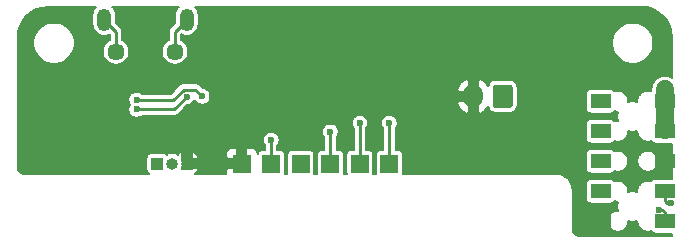
<source format=gbl>
%TF.GenerationSoftware,KiCad,Pcbnew,5.1.9-73d0e3b20d~88~ubuntu20.04.1*%
%TF.CreationDate,2021-04-22T17:18:43+01:00*%
%TF.ProjectId,hat,6861742e-6b69-4636-9164-5f7063625858,rev?*%
%TF.SameCoordinates,Original*%
%TF.FileFunction,Copper,L2,Bot*%
%TF.FilePolarity,Positive*%
%FSLAX46Y46*%
G04 Gerber Fmt 4.6, Leading zero omitted, Abs format (unit mm)*
G04 Created by KiCad (PCBNEW 5.1.9-73d0e3b20d~88~ubuntu20.04.1) date 2021-04-22 17:18:43*
%MOMM*%
%LPD*%
G01*
G04 APERTURE LIST*
%TA.AperFunction,SMDPad,CuDef*%
%ADD10R,1.680000X1.270000*%
%TD*%
%TA.AperFunction,ComponentPad*%
%ADD11O,1.000000X1.000000*%
%TD*%
%TA.AperFunction,ComponentPad*%
%ADD12R,1.000000X1.000000*%
%TD*%
%TA.AperFunction,ComponentPad*%
%ADD13R,1.500000X1.500000*%
%TD*%
%TA.AperFunction,ComponentPad*%
%ADD14O,1.200000X1.900000*%
%TD*%
%TA.AperFunction,ComponentPad*%
%ADD15C,1.450000*%
%TD*%
%TA.AperFunction,ComponentPad*%
%ADD16O,1.700000X2.000000*%
%TD*%
%TA.AperFunction,ViaPad*%
%ADD17C,0.600000*%
%TD*%
%TA.AperFunction,ViaPad*%
%ADD18C,0.800000*%
%TD*%
%TA.AperFunction,Conductor*%
%ADD19C,0.250000*%
%TD*%
%TA.AperFunction,Conductor*%
%ADD20C,1.000000*%
%TD*%
%TA.AperFunction,Conductor*%
%ADD21C,1.500000*%
%TD*%
%TA.AperFunction,Conductor*%
%ADD22C,0.200000*%
%TD*%
%TA.AperFunction,Conductor*%
%ADD23C,0.100000*%
%TD*%
G04 APERTURE END LIST*
D10*
%TO.P,J3,10*%
%TO.N,RX*%
X155220000Y-118580000D03*
%TO.P,J3,8*%
%TO.N,TX*%
X155220000Y-116040000D03*
%TO.P,J3,6*%
%TO.N,GND*%
X155220000Y-113500000D03*
%TO.P,J3,4*%
%TO.N,Net-(J3-Pad2)*%
X155220000Y-110960000D03*
%TO.P,J3,2*%
X155220000Y-108420000D03*
%TO.P,J3,9*%
%TO.N,GND*%
X149780000Y-118580000D03*
%TO.P,J3,7*%
%TO.N,Net-(J3-Pad7)*%
X149780000Y-116040000D03*
%TO.P,J3,5*%
%TO.N,Net-(J3-Pad5)*%
X149780000Y-113500000D03*
%TO.P,J3,3*%
%TO.N,Net-(J3-Pad3)*%
X149780000Y-110960000D03*
%TO.P,J3,1*%
%TO.N,Net-(J3-Pad1)*%
X149780000Y-108420000D03*
%TD*%
D11*
%TO.P,JP1,3*%
%TO.N,GND*%
X114770000Y-113700000D03*
%TO.P,JP1,2*%
%TO.N,+3V3*%
X113500000Y-113700000D03*
D12*
%TO.P,JP1,1*%
X112230000Y-113700000D03*
%TD*%
D13*
%TO.P,TP6,1*%
%TO.N,GND*%
X119400000Y-113700000D03*
%TD*%
%TO.P,TP5,1*%
%TO.N,RX*%
X124400000Y-113700000D03*
%TD*%
%TO.P,TP4,1*%
%TO.N,TX*%
X121900000Y-113700000D03*
%TD*%
%TO.P,TP3,1*%
%TO.N,PI_PWR*%
X126900000Y-113700000D03*
%TD*%
%TO.P,TP2,1*%
%TO.N,+3V3*%
X129400000Y-113700000D03*
%TD*%
%TO.P,TP1,1*%
%TO.N,COMB_5V*%
X131900000Y-113700000D03*
%TD*%
D14*
%TO.P,J2,6*%
%TO.N,Net-(J2-Pad6)*%
X107750000Y-101512500D03*
X114750000Y-101512500D03*
D15*
X108750000Y-104212500D03*
X113750000Y-104212500D03*
%TD*%
D16*
%TO.P,J1,2*%
%TO.N,GND*%
X139000000Y-108000000D03*
%TO.P,J1,1*%
%TO.N,+5V*%
%TA.AperFunction,ComponentPad*%
G36*
G01*
X142350000Y-107250000D02*
X142350000Y-108750000D01*
G75*
G02*
X142100000Y-109000000I-250000J0D01*
G01*
X140900000Y-109000000D01*
G75*
G02*
X140650000Y-108750000I0J250000D01*
G01*
X140650000Y-107250000D01*
G75*
G02*
X140900000Y-107000000I250000J0D01*
G01*
X142100000Y-107000000D01*
G75*
G02*
X142350000Y-107250000I0J-250000D01*
G01*
G37*
%TD.AperFunction*%
%TD*%
D17*
%TO.N,GND*%
X109000000Y-106750000D03*
X126050000Y-103100000D03*
X107100000Y-108500000D03*
X102900000Y-113600000D03*
X133000000Y-105600000D03*
X145300000Y-102749992D03*
X135000000Y-110200000D03*
X118600000Y-102700000D03*
%TO.N,+3V3*%
X129400000Y-110275000D03*
%TO.N,RX*%
X154749998Y-117600000D03*
%TO.N,TX*%
X121900000Y-111700000D03*
X155724940Y-117000000D03*
D18*
%TO.N,Net-(J3-Pad2)*%
X155220000Y-110150000D03*
X155225000Y-109325000D03*
X155225000Y-107400000D03*
D17*
%TO.N,PI_PWR*%
X126900000Y-111000002D03*
%TO.N,SCL*%
X114750000Y-108050000D03*
X110500000Y-109100000D03*
%TO.N,SDA*%
X116050000Y-108000000D03*
X110500000Y-108300000D03*
%TO.N,COMB_5V*%
X131900000Y-110275000D03*
%TD*%
D19*
%TO.N,+3V3*%
X129400000Y-110275000D02*
X129400000Y-113700000D01*
%TO.N,Net-(J2-Pad6)*%
X113750000Y-102512500D02*
X114750000Y-101512500D01*
X113750000Y-104212500D02*
X113750000Y-102512500D01*
X108750000Y-102512500D02*
X107750000Y-101512500D01*
X108750000Y-104212500D02*
X108750000Y-102512500D01*
%TO.N,RX*%
X155000000Y-117600000D02*
X154749998Y-117600000D01*
X155220000Y-118580000D02*
X155220000Y-117820000D01*
X155220000Y-117820000D02*
X155000000Y-117600000D01*
%TO.N,TX*%
X121900000Y-111700000D02*
X121900000Y-113700000D01*
X155400000Y-117000000D02*
X155724940Y-117000000D01*
X155220000Y-116040000D02*
X155220000Y-116820000D01*
X155220000Y-116820000D02*
X155400000Y-117000000D01*
D20*
%TO.N,Net-(J3-Pad2)*%
X155220000Y-108420000D02*
X155220000Y-110150000D01*
X155220000Y-110960000D02*
X155220000Y-110150000D01*
X155225000Y-108415000D02*
X155220000Y-108420000D01*
X155225000Y-107400000D02*
X155225000Y-108415000D01*
D21*
X155225000Y-107400000D02*
X155225000Y-110850000D01*
D19*
%TO.N,PI_PWR*%
X126900000Y-110899996D02*
X126900000Y-111000002D01*
X126900000Y-113700000D02*
X126900000Y-110899996D01*
%TO.N,SCL*%
X113700000Y-109100000D02*
X110500000Y-109100000D01*
X114750000Y-108050000D02*
X113700000Y-109100000D01*
%TO.N,SDA*%
X113600000Y-108300000D02*
X110500000Y-108300000D01*
X114475001Y-107424999D02*
X113600000Y-108300000D01*
X116050000Y-108000000D02*
X115474999Y-107424999D01*
X115474999Y-107424999D02*
X114475001Y-107424999D01*
%TO.N,COMB_5V*%
X131900000Y-110275000D02*
X131900000Y-113700000D01*
%TD*%
D22*
%TO.N,GND*%
X107039473Y-100451972D02*
X106914509Y-100604242D01*
X106821652Y-100777965D01*
X106764470Y-100966466D01*
X106750000Y-101113380D01*
X106750000Y-101911619D01*
X106764470Y-102058533D01*
X106821651Y-102247034D01*
X106914508Y-102420758D01*
X107039472Y-102573028D01*
X107191742Y-102697992D01*
X107365465Y-102790849D01*
X107553966Y-102848030D01*
X107750000Y-102867338D01*
X107946033Y-102848030D01*
X108134534Y-102790849D01*
X108225001Y-102742494D01*
X108225001Y-103212271D01*
X108217113Y-103215538D01*
X108032855Y-103338656D01*
X107876156Y-103495355D01*
X107753038Y-103679613D01*
X107668233Y-103884350D01*
X107625000Y-104101697D01*
X107625000Y-104323303D01*
X107668233Y-104540650D01*
X107753038Y-104745387D01*
X107876156Y-104929645D01*
X108032855Y-105086344D01*
X108217113Y-105209462D01*
X108421850Y-105294267D01*
X108639197Y-105337500D01*
X108860803Y-105337500D01*
X109078150Y-105294267D01*
X109282887Y-105209462D01*
X109467145Y-105086344D01*
X109623844Y-104929645D01*
X109746962Y-104745387D01*
X109831767Y-104540650D01*
X109875000Y-104323303D01*
X109875000Y-104101697D01*
X109831767Y-103884350D01*
X109746962Y-103679613D01*
X109623844Y-103495355D01*
X109467145Y-103338656D01*
X109282887Y-103215538D01*
X109275000Y-103212271D01*
X109275000Y-102538288D01*
X109277540Y-102512500D01*
X109267403Y-102409583D01*
X109257163Y-102375824D01*
X109237383Y-102310619D01*
X109188633Y-102219414D01*
X109123027Y-102139473D01*
X109102996Y-102123034D01*
X108750000Y-101770038D01*
X108750000Y-101113381D01*
X108735530Y-100966467D01*
X108678349Y-100777965D01*
X108585492Y-100604242D01*
X108460528Y-100451972D01*
X108427662Y-100425000D01*
X114072338Y-100425000D01*
X114039472Y-100451972D01*
X113914508Y-100604242D01*
X113821651Y-100777966D01*
X113764470Y-100966467D01*
X113750000Y-101113381D01*
X113750000Y-101770039D01*
X113397005Y-102123034D01*
X113376974Y-102139473D01*
X113360535Y-102159504D01*
X113311367Y-102219415D01*
X113262617Y-102310620D01*
X113232597Y-102409583D01*
X113222461Y-102512500D01*
X113225001Y-102538290D01*
X113225001Y-103212271D01*
X113217113Y-103215538D01*
X113032855Y-103338656D01*
X112876156Y-103495355D01*
X112753038Y-103679613D01*
X112668233Y-103884350D01*
X112625000Y-104101697D01*
X112625000Y-104323303D01*
X112668233Y-104540650D01*
X112753038Y-104745387D01*
X112876156Y-104929645D01*
X113032855Y-105086344D01*
X113217113Y-105209462D01*
X113421850Y-105294267D01*
X113639197Y-105337500D01*
X113860803Y-105337500D01*
X114078150Y-105294267D01*
X114282887Y-105209462D01*
X114467145Y-105086344D01*
X114623844Y-104929645D01*
X114746962Y-104745387D01*
X114831767Y-104540650D01*
X114875000Y-104323303D01*
X114875000Y-104101697D01*
X114831767Y-103884350D01*
X114746962Y-103679613D01*
X114623844Y-103495355D01*
X114467145Y-103338656D01*
X114450659Y-103327640D01*
X150750000Y-103327640D01*
X150750000Y-103672360D01*
X150817251Y-104010456D01*
X150949170Y-104328936D01*
X151140686Y-104615560D01*
X151384440Y-104859314D01*
X151671064Y-105050830D01*
X151989544Y-105182749D01*
X152327640Y-105250000D01*
X152672360Y-105250000D01*
X153010456Y-105182749D01*
X153328936Y-105050830D01*
X153615560Y-104859314D01*
X153859314Y-104615560D01*
X154050830Y-104328936D01*
X154182749Y-104010456D01*
X154250000Y-103672360D01*
X154250000Y-103327640D01*
X154182749Y-102989544D01*
X154050830Y-102671064D01*
X153859314Y-102384440D01*
X153615560Y-102140686D01*
X153328936Y-101949170D01*
X153010456Y-101817251D01*
X152672360Y-101750000D01*
X152327640Y-101750000D01*
X151989544Y-101817251D01*
X151671064Y-101949170D01*
X151384440Y-102140686D01*
X151140686Y-102384440D01*
X150949170Y-102671064D01*
X150817251Y-102989544D01*
X150750000Y-103327640D01*
X114450659Y-103327640D01*
X114282887Y-103215538D01*
X114275000Y-103212271D01*
X114275000Y-102742494D01*
X114365466Y-102790849D01*
X114553967Y-102848030D01*
X114750000Y-102867338D01*
X114946034Y-102848030D01*
X115134535Y-102790849D01*
X115308258Y-102697992D01*
X115460528Y-102573028D01*
X115585492Y-102420758D01*
X115678349Y-102247035D01*
X115735530Y-102058533D01*
X115750000Y-101911619D01*
X115750000Y-101113380D01*
X115735530Y-100966466D01*
X115678349Y-100777965D01*
X115585492Y-100604242D01*
X115460528Y-100451972D01*
X115427662Y-100425000D01*
X153229210Y-100425000D01*
X153749759Y-100476041D01*
X154230480Y-100621179D01*
X154673856Y-100856925D01*
X155062996Y-101174300D01*
X155383081Y-101561216D01*
X155621919Y-102002939D01*
X155770410Y-102482634D01*
X155825000Y-103002025D01*
X155825000Y-106416737D01*
X155667214Y-106332398D01*
X155450438Y-106266640D01*
X155225000Y-106244436D01*
X154999561Y-106266640D01*
X154782785Y-106332398D01*
X154583003Y-106439184D01*
X154407893Y-106582893D01*
X154264184Y-106758004D01*
X154157398Y-106957786D01*
X154091640Y-107174562D01*
X154075000Y-107343509D01*
X154075000Y-107526120D01*
X154045803Y-107561697D01*
X154039402Y-107573673D01*
X154028145Y-107569010D01*
X153857165Y-107535000D01*
X153682835Y-107535000D01*
X153511855Y-107569010D01*
X153350795Y-107635723D01*
X153205845Y-107732576D01*
X153082576Y-107855845D01*
X152985723Y-108000795D01*
X152919010Y-108161855D01*
X152885000Y-108332835D01*
X152885000Y-108453186D01*
X152876279Y-108449574D01*
X152627054Y-108400000D01*
X152372946Y-108400000D01*
X152123721Y-108449574D01*
X152115000Y-108453186D01*
X152115000Y-108332835D01*
X152080990Y-108161855D01*
X152014277Y-108000795D01*
X151917424Y-107855845D01*
X151794155Y-107732576D01*
X151649205Y-107635723D01*
X151488145Y-107569010D01*
X151317165Y-107535000D01*
X151142835Y-107535000D01*
X150971855Y-107569010D01*
X150960598Y-107573673D01*
X150954197Y-107561697D01*
X150904211Y-107500789D01*
X150843303Y-107450803D01*
X150773814Y-107413660D01*
X150698414Y-107390788D01*
X150620000Y-107383065D01*
X148940000Y-107383065D01*
X148861586Y-107390788D01*
X148786186Y-107413660D01*
X148716697Y-107450803D01*
X148655789Y-107500789D01*
X148605803Y-107561697D01*
X148568660Y-107631186D01*
X148545788Y-107706586D01*
X148538065Y-107785000D01*
X148538065Y-109055000D01*
X148545788Y-109133414D01*
X148568660Y-109208814D01*
X148605803Y-109278303D01*
X148655789Y-109339211D01*
X148716697Y-109389197D01*
X148786186Y-109426340D01*
X148861586Y-109449212D01*
X148940000Y-109456935D01*
X150620000Y-109456935D01*
X150698414Y-109449212D01*
X150773814Y-109426340D01*
X150843303Y-109389197D01*
X150904211Y-109339211D01*
X150954197Y-109278303D01*
X150960598Y-109266327D01*
X150971855Y-109270990D01*
X151142835Y-109305000D01*
X151263186Y-109305000D01*
X151259574Y-109313721D01*
X151210000Y-109562946D01*
X151210000Y-109817054D01*
X151259574Y-110066279D01*
X151263186Y-110075000D01*
X151142835Y-110075000D01*
X150971855Y-110109010D01*
X150960598Y-110113673D01*
X150954197Y-110101697D01*
X150904211Y-110040789D01*
X150843303Y-109990803D01*
X150773814Y-109953660D01*
X150698414Y-109930788D01*
X150620000Y-109923065D01*
X148940000Y-109923065D01*
X148861586Y-109930788D01*
X148786186Y-109953660D01*
X148716697Y-109990803D01*
X148655789Y-110040789D01*
X148605803Y-110101697D01*
X148568660Y-110171186D01*
X148545788Y-110246586D01*
X148538065Y-110325000D01*
X148538065Y-111595000D01*
X148545788Y-111673414D01*
X148568660Y-111748814D01*
X148605803Y-111818303D01*
X148655789Y-111879211D01*
X148716697Y-111929197D01*
X148786186Y-111966340D01*
X148861586Y-111989212D01*
X148940000Y-111996935D01*
X150620000Y-111996935D01*
X150698414Y-111989212D01*
X150773814Y-111966340D01*
X150843303Y-111929197D01*
X150904211Y-111879211D01*
X150954197Y-111818303D01*
X150960598Y-111806327D01*
X150971855Y-111810990D01*
X151142835Y-111845000D01*
X151317165Y-111845000D01*
X151488145Y-111810990D01*
X151649205Y-111744277D01*
X151794155Y-111647424D01*
X151917424Y-111524155D01*
X152014277Y-111379205D01*
X152080990Y-111218145D01*
X152115000Y-111047165D01*
X152115000Y-110926814D01*
X152123721Y-110930426D01*
X152372946Y-110980000D01*
X152627054Y-110980000D01*
X152876279Y-110930426D01*
X152885000Y-110926814D01*
X152885000Y-111047165D01*
X152919010Y-111218145D01*
X152985723Y-111379205D01*
X153082576Y-111524155D01*
X153205845Y-111647424D01*
X153350795Y-111744277D01*
X153511855Y-111810990D01*
X153682835Y-111845000D01*
X153857165Y-111845000D01*
X154028145Y-111810990D01*
X154039402Y-111806327D01*
X154045803Y-111818303D01*
X154095789Y-111879211D01*
X154156697Y-111929197D01*
X154226186Y-111966340D01*
X154301586Y-111989212D01*
X154380000Y-111996935D01*
X155137389Y-111996935D01*
X155225000Y-112005564D01*
X155312611Y-111996935D01*
X155825001Y-111996935D01*
X155825001Y-115003065D01*
X154380000Y-115003065D01*
X154301586Y-115010788D01*
X154226186Y-115033660D01*
X154156697Y-115070803D01*
X154095789Y-115120789D01*
X154045803Y-115181697D01*
X154039402Y-115193673D01*
X154028145Y-115189010D01*
X153857165Y-115155000D01*
X153682835Y-115155000D01*
X153511855Y-115189010D01*
X153350795Y-115255723D01*
X153205845Y-115352576D01*
X153082576Y-115475845D01*
X152985723Y-115620795D01*
X152919010Y-115781855D01*
X152885000Y-115952835D01*
X152885000Y-116073186D01*
X152876279Y-116069574D01*
X152627054Y-116020000D01*
X152372946Y-116020000D01*
X152123721Y-116069574D01*
X152115000Y-116073186D01*
X152115000Y-115952835D01*
X152080990Y-115781855D01*
X152014277Y-115620795D01*
X151917424Y-115475845D01*
X151794155Y-115352576D01*
X151649205Y-115255723D01*
X151488145Y-115189010D01*
X151317165Y-115155000D01*
X151142835Y-115155000D01*
X150971855Y-115189010D01*
X150960598Y-115193673D01*
X150954197Y-115181697D01*
X150904211Y-115120789D01*
X150843303Y-115070803D01*
X150773814Y-115033660D01*
X150698414Y-115010788D01*
X150620000Y-115003065D01*
X148940000Y-115003065D01*
X148861586Y-115010788D01*
X148786186Y-115033660D01*
X148716697Y-115070803D01*
X148655789Y-115120789D01*
X148605803Y-115181697D01*
X148568660Y-115251186D01*
X148545788Y-115326586D01*
X148538065Y-115405000D01*
X148538065Y-116675000D01*
X148545788Y-116753414D01*
X148568660Y-116828814D01*
X148605803Y-116898303D01*
X148655789Y-116959211D01*
X148716697Y-117009197D01*
X148786186Y-117046340D01*
X148861586Y-117069212D01*
X148940000Y-117076935D01*
X150620000Y-117076935D01*
X150698414Y-117069212D01*
X150773814Y-117046340D01*
X150843303Y-117009197D01*
X150904211Y-116959211D01*
X150954197Y-116898303D01*
X150960598Y-116886327D01*
X150971855Y-116890990D01*
X151142835Y-116925000D01*
X151263186Y-116925000D01*
X151259574Y-116933721D01*
X151210000Y-117182946D01*
X151210000Y-117437054D01*
X151259574Y-117686279D01*
X151263186Y-117695000D01*
X151142835Y-117695000D01*
X150971855Y-117729010D01*
X150810795Y-117795723D01*
X150665845Y-117892576D01*
X150542576Y-118015845D01*
X150445723Y-118160795D01*
X150379010Y-118321855D01*
X150345000Y-118492835D01*
X150345000Y-118667165D01*
X150379010Y-118838145D01*
X150445723Y-118999205D01*
X150542576Y-119144155D01*
X150665845Y-119267424D01*
X150810795Y-119364277D01*
X150971855Y-119430990D01*
X151142835Y-119465000D01*
X151317165Y-119465000D01*
X151488145Y-119430990D01*
X151649205Y-119364277D01*
X151794155Y-119267424D01*
X151917424Y-119144155D01*
X152014277Y-118999205D01*
X152080990Y-118838145D01*
X152115000Y-118667165D01*
X152115000Y-118546814D01*
X152123721Y-118550426D01*
X152372946Y-118600000D01*
X152627054Y-118600000D01*
X152876279Y-118550426D01*
X152885000Y-118546814D01*
X152885000Y-118667165D01*
X152919010Y-118838145D01*
X152985723Y-118999205D01*
X153082576Y-119144155D01*
X153205845Y-119267424D01*
X153350795Y-119364277D01*
X153511855Y-119430990D01*
X153682835Y-119465000D01*
X153857165Y-119465000D01*
X154028145Y-119430990D01*
X154039402Y-119426327D01*
X154045803Y-119438303D01*
X154095789Y-119499211D01*
X154156697Y-119549197D01*
X154226186Y-119586340D01*
X154301586Y-119609212D01*
X154380000Y-119616935D01*
X155825001Y-119616935D01*
X155825001Y-119729203D01*
X155821572Y-119764174D01*
X155817457Y-119777802D01*
X155810771Y-119790377D01*
X155801773Y-119801410D01*
X155790798Y-119810489D01*
X155778272Y-119817262D01*
X155764673Y-119821472D01*
X155731103Y-119825000D01*
X148020790Y-119825000D01*
X147888711Y-119812049D01*
X147781661Y-119779729D01*
X147682926Y-119727231D01*
X147596272Y-119656558D01*
X147524993Y-119570396D01*
X147471807Y-119472031D01*
X147438741Y-119365213D01*
X147425000Y-119234475D01*
X147425000Y-115979126D01*
X147423184Y-115960686D01*
X147423227Y-115954499D01*
X147422648Y-115948593D01*
X147402247Y-115754496D01*
X147394502Y-115716768D01*
X147387284Y-115678927D01*
X147385568Y-115673246D01*
X147385568Y-115673244D01*
X147385566Y-115673238D01*
X147327856Y-115486808D01*
X147312938Y-115451320D01*
X147298500Y-115415584D01*
X147295714Y-115410344D01*
X147202889Y-115238667D01*
X147181359Y-115206747D01*
X147160256Y-115174499D01*
X147156505Y-115169901D01*
X147100000Y-115101598D01*
X147100000Y-115000000D01*
X147098079Y-114980491D01*
X147092388Y-114961732D01*
X147083147Y-114944443D01*
X147070711Y-114929289D01*
X147055557Y-114916853D01*
X147038268Y-114907612D01*
X147019509Y-114901921D01*
X147000000Y-114900000D01*
X146898357Y-114900000D01*
X146822004Y-114837728D01*
X146789960Y-114816438D01*
X146758138Y-114794648D01*
X146752917Y-114791826D01*
X146580595Y-114700201D01*
X146544990Y-114685526D01*
X146509577Y-114670348D01*
X146503909Y-114668593D01*
X146317072Y-114612184D01*
X146279294Y-114604704D01*
X146241608Y-114596693D01*
X146235707Y-114596073D01*
X146041473Y-114577028D01*
X146041464Y-114577028D01*
X146020874Y-114575000D01*
X133030081Y-114575000D01*
X133044212Y-114528414D01*
X133051935Y-114450000D01*
X133051935Y-112950000D01*
X133044212Y-112871586D01*
X133042215Y-112865000D01*
X148538065Y-112865000D01*
X148538065Y-114135000D01*
X148545788Y-114213414D01*
X148568660Y-114288814D01*
X148605803Y-114358303D01*
X148655789Y-114419211D01*
X148716697Y-114469197D01*
X148786186Y-114506340D01*
X148861586Y-114529212D01*
X148940000Y-114536935D01*
X150620000Y-114536935D01*
X150698414Y-114529212D01*
X150773814Y-114506340D01*
X150843303Y-114469197D01*
X150904211Y-114419211D01*
X150954197Y-114358303D01*
X150960598Y-114346327D01*
X150971855Y-114350990D01*
X151142835Y-114385000D01*
X151317165Y-114385000D01*
X151488145Y-114350990D01*
X151649205Y-114284277D01*
X151794155Y-114187424D01*
X151917424Y-114064155D01*
X152014277Y-113919205D01*
X152080990Y-113758145D01*
X152115000Y-113587165D01*
X152115000Y-113412835D01*
X152885000Y-113412835D01*
X152885000Y-113587165D01*
X152919010Y-113758145D01*
X152985723Y-113919205D01*
X153082576Y-114064155D01*
X153205845Y-114187424D01*
X153350795Y-114284277D01*
X153511855Y-114350990D01*
X153682835Y-114385000D01*
X153857165Y-114385000D01*
X154028145Y-114350990D01*
X154189205Y-114284277D01*
X154334155Y-114187424D01*
X154457424Y-114064155D01*
X154554277Y-113919205D01*
X154620990Y-113758145D01*
X154655000Y-113587165D01*
X154655000Y-113412835D01*
X154620990Y-113241855D01*
X154554277Y-113080795D01*
X154457424Y-112935845D01*
X154334155Y-112812576D01*
X154189205Y-112715723D01*
X154028145Y-112649010D01*
X153857165Y-112615000D01*
X153682835Y-112615000D01*
X153511855Y-112649010D01*
X153350795Y-112715723D01*
X153205845Y-112812576D01*
X153082576Y-112935845D01*
X152985723Y-113080795D01*
X152919010Y-113241855D01*
X152885000Y-113412835D01*
X152115000Y-113412835D01*
X152080990Y-113241855D01*
X152014277Y-113080795D01*
X151917424Y-112935845D01*
X151794155Y-112812576D01*
X151649205Y-112715723D01*
X151488145Y-112649010D01*
X151317165Y-112615000D01*
X151142835Y-112615000D01*
X150971855Y-112649010D01*
X150960598Y-112653673D01*
X150954197Y-112641697D01*
X150904211Y-112580789D01*
X150843303Y-112530803D01*
X150773814Y-112493660D01*
X150698414Y-112470788D01*
X150620000Y-112463065D01*
X148940000Y-112463065D01*
X148861586Y-112470788D01*
X148786186Y-112493660D01*
X148716697Y-112530803D01*
X148655789Y-112580789D01*
X148605803Y-112641697D01*
X148568660Y-112711186D01*
X148545788Y-112786586D01*
X148538065Y-112865000D01*
X133042215Y-112865000D01*
X133021340Y-112796186D01*
X132984197Y-112726697D01*
X132934211Y-112665789D01*
X132873303Y-112615803D01*
X132803814Y-112578660D01*
X132728414Y-112555788D01*
X132650000Y-112548065D01*
X132425000Y-112548065D01*
X132425000Y-110739950D01*
X132443726Y-110721224D01*
X132520332Y-110606574D01*
X132573099Y-110479182D01*
X132600000Y-110343944D01*
X132600000Y-110206056D01*
X132573099Y-110070818D01*
X132520332Y-109943426D01*
X132443726Y-109828776D01*
X132346224Y-109731274D01*
X132231574Y-109654668D01*
X132104182Y-109601901D01*
X131968944Y-109575000D01*
X131831056Y-109575000D01*
X131695818Y-109601901D01*
X131568426Y-109654668D01*
X131453776Y-109731274D01*
X131356274Y-109828776D01*
X131279668Y-109943426D01*
X131226901Y-110070818D01*
X131200000Y-110206056D01*
X131200000Y-110343944D01*
X131226901Y-110479182D01*
X131279668Y-110606574D01*
X131356274Y-110721224D01*
X131375000Y-110739950D01*
X131375001Y-112548065D01*
X131150000Y-112548065D01*
X131071586Y-112555788D01*
X130996186Y-112578660D01*
X130926697Y-112615803D01*
X130865789Y-112665789D01*
X130815803Y-112726697D01*
X130778660Y-112796186D01*
X130755788Y-112871586D01*
X130748065Y-112950000D01*
X130748065Y-114450000D01*
X130755788Y-114528414D01*
X130769919Y-114575000D01*
X130530081Y-114575000D01*
X130544212Y-114528414D01*
X130551935Y-114450000D01*
X130551935Y-112950000D01*
X130544212Y-112871586D01*
X130521340Y-112796186D01*
X130484197Y-112726697D01*
X130434211Y-112665789D01*
X130373303Y-112615803D01*
X130303814Y-112578660D01*
X130228414Y-112555788D01*
X130150000Y-112548065D01*
X129925000Y-112548065D01*
X129925000Y-110739950D01*
X129943726Y-110721224D01*
X130020332Y-110606574D01*
X130073099Y-110479182D01*
X130100000Y-110343944D01*
X130100000Y-110206056D01*
X130073099Y-110070818D01*
X130020332Y-109943426D01*
X129943726Y-109828776D01*
X129846224Y-109731274D01*
X129731574Y-109654668D01*
X129604182Y-109601901D01*
X129468944Y-109575000D01*
X129331056Y-109575000D01*
X129195818Y-109601901D01*
X129068426Y-109654668D01*
X128953776Y-109731274D01*
X128856274Y-109828776D01*
X128779668Y-109943426D01*
X128726901Y-110070818D01*
X128700000Y-110206056D01*
X128700000Y-110343944D01*
X128726901Y-110479182D01*
X128779668Y-110606574D01*
X128856274Y-110721224D01*
X128875000Y-110739950D01*
X128875001Y-112548065D01*
X128650000Y-112548065D01*
X128571586Y-112555788D01*
X128496186Y-112578660D01*
X128426697Y-112615803D01*
X128365789Y-112665789D01*
X128315803Y-112726697D01*
X128278660Y-112796186D01*
X128255788Y-112871586D01*
X128248065Y-112950000D01*
X128248065Y-114450000D01*
X128255788Y-114528414D01*
X128269919Y-114575000D01*
X128030081Y-114575000D01*
X128044212Y-114528414D01*
X128051935Y-114450000D01*
X128051935Y-112950000D01*
X128044212Y-112871586D01*
X128021340Y-112796186D01*
X127984197Y-112726697D01*
X127934211Y-112665789D01*
X127873303Y-112615803D01*
X127803814Y-112578660D01*
X127728414Y-112555788D01*
X127650000Y-112548065D01*
X127425000Y-112548065D01*
X127425000Y-111464952D01*
X127443726Y-111446226D01*
X127520332Y-111331576D01*
X127573099Y-111204184D01*
X127600000Y-111068946D01*
X127600000Y-110931058D01*
X127573099Y-110795820D01*
X127520332Y-110668428D01*
X127443726Y-110553778D01*
X127346224Y-110456276D01*
X127231574Y-110379670D01*
X127104182Y-110326903D01*
X126968944Y-110300002D01*
X126831056Y-110300002D01*
X126695818Y-110326903D01*
X126568426Y-110379670D01*
X126453776Y-110456276D01*
X126356274Y-110553778D01*
X126279668Y-110668428D01*
X126226901Y-110795820D01*
X126200000Y-110931058D01*
X126200000Y-111068946D01*
X126226901Y-111204184D01*
X126279668Y-111331576D01*
X126356274Y-111446226D01*
X126375001Y-111464953D01*
X126375000Y-112548065D01*
X126150000Y-112548065D01*
X126071586Y-112555788D01*
X125996186Y-112578660D01*
X125926697Y-112615803D01*
X125865789Y-112665789D01*
X125815803Y-112726697D01*
X125778660Y-112796186D01*
X125755788Y-112871586D01*
X125748065Y-112950000D01*
X125748065Y-114450000D01*
X125755788Y-114528414D01*
X125769919Y-114575000D01*
X125530081Y-114575000D01*
X125544212Y-114528414D01*
X125551935Y-114450000D01*
X125551935Y-112950000D01*
X125544212Y-112871586D01*
X125521340Y-112796186D01*
X125484197Y-112726697D01*
X125434211Y-112665789D01*
X125373303Y-112615803D01*
X125303814Y-112578660D01*
X125228414Y-112555788D01*
X125150000Y-112548065D01*
X123650000Y-112548065D01*
X123571586Y-112555788D01*
X123496186Y-112578660D01*
X123426697Y-112615803D01*
X123365789Y-112665789D01*
X123315803Y-112726697D01*
X123278660Y-112796186D01*
X123255788Y-112871586D01*
X123248065Y-112950000D01*
X123248065Y-114450000D01*
X123255788Y-114528414D01*
X123269919Y-114575000D01*
X123030081Y-114575000D01*
X123044212Y-114528414D01*
X123051935Y-114450000D01*
X123051935Y-112950000D01*
X123044212Y-112871586D01*
X123021340Y-112796186D01*
X122984197Y-112726697D01*
X122934211Y-112665789D01*
X122873303Y-112615803D01*
X122803814Y-112578660D01*
X122728414Y-112555788D01*
X122650000Y-112548065D01*
X122425000Y-112548065D01*
X122425000Y-112164950D01*
X122443726Y-112146224D01*
X122520332Y-112031574D01*
X122573099Y-111904182D01*
X122600000Y-111768944D01*
X122600000Y-111631056D01*
X122573099Y-111495818D01*
X122520332Y-111368426D01*
X122443726Y-111253776D01*
X122346224Y-111156274D01*
X122231574Y-111079668D01*
X122104182Y-111026901D01*
X121968944Y-111000000D01*
X121831056Y-111000000D01*
X121695818Y-111026901D01*
X121568426Y-111079668D01*
X121453776Y-111156274D01*
X121356274Y-111253776D01*
X121279668Y-111368426D01*
X121226901Y-111495818D01*
X121200000Y-111631056D01*
X121200000Y-111768944D01*
X121226901Y-111904182D01*
X121279668Y-112031574D01*
X121356274Y-112146224D01*
X121375000Y-112164950D01*
X121375000Y-112548065D01*
X121150000Y-112548065D01*
X121071586Y-112555788D01*
X120996186Y-112578660D01*
X120926697Y-112615803D01*
X120865789Y-112665789D01*
X120815803Y-112726697D01*
X120778660Y-112796186D01*
X120755788Y-112871586D01*
X120754503Y-112884628D01*
X120749203Y-112830811D01*
X120714437Y-112716203D01*
X120657980Y-112610579D01*
X120582001Y-112517999D01*
X120489421Y-112442020D01*
X120383797Y-112385563D01*
X120269189Y-112350797D01*
X120150000Y-112339058D01*
X119952000Y-112342000D01*
X119800000Y-112494000D01*
X119800000Y-113300000D01*
X119820000Y-113300000D01*
X119820000Y-114100000D01*
X119800000Y-114100000D01*
X119800000Y-114120000D01*
X119000000Y-114120000D01*
X119000000Y-114100000D01*
X118194000Y-114100000D01*
X118042000Y-114252000D01*
X118039058Y-114450000D01*
X118050797Y-114569189D01*
X118052560Y-114575000D01*
X115448427Y-114575000D01*
X115600987Y-114432919D01*
X115728005Y-114256719D01*
X115651300Y-114100000D01*
X115170000Y-114100000D01*
X115170000Y-114120000D01*
X114370000Y-114120000D01*
X114370000Y-114100000D01*
X114350000Y-114100000D01*
X114350000Y-113999733D01*
X114365414Y-113962520D01*
X114400000Y-113788642D01*
X114400000Y-113611358D01*
X114365414Y-113437480D01*
X114350000Y-113400267D01*
X114350000Y-113300000D01*
X114370000Y-113300000D01*
X114370000Y-112831705D01*
X115170000Y-112831705D01*
X115170000Y-113300000D01*
X115651300Y-113300000D01*
X115728005Y-113143281D01*
X115600987Y-112967081D01*
X115582647Y-112950000D01*
X118039058Y-112950000D01*
X118042000Y-113148000D01*
X118194000Y-113300000D01*
X119000000Y-113300000D01*
X119000000Y-112494000D01*
X118848000Y-112342000D01*
X118650000Y-112339058D01*
X118530811Y-112350797D01*
X118416203Y-112385563D01*
X118310579Y-112442020D01*
X118217999Y-112517999D01*
X118142020Y-112610579D01*
X118085563Y-112716203D01*
X118050797Y-112830811D01*
X118039058Y-112950000D01*
X115582647Y-112950000D01*
X115442034Y-112819046D01*
X115326716Y-112742017D01*
X115170000Y-112831705D01*
X114370000Y-112831705D01*
X114213284Y-112742017D01*
X114097966Y-112819046D01*
X113974126Y-112934380D01*
X113926310Y-112902430D01*
X113762520Y-112834586D01*
X113588642Y-112800000D01*
X113411358Y-112800000D01*
X113237480Y-112834586D01*
X113073690Y-112902430D01*
X113028195Y-112932829D01*
X113014211Y-112915789D01*
X112953303Y-112865803D01*
X112883814Y-112828660D01*
X112808414Y-112805788D01*
X112730000Y-112798065D01*
X111730000Y-112798065D01*
X111651586Y-112805788D01*
X111576186Y-112828660D01*
X111506697Y-112865803D01*
X111445789Y-112915789D01*
X111395803Y-112976697D01*
X111358660Y-113046186D01*
X111335788Y-113121586D01*
X111328065Y-113200000D01*
X111328065Y-114200000D01*
X111335788Y-114278414D01*
X111358660Y-114353814D01*
X111395803Y-114423303D01*
X111445789Y-114484211D01*
X111506697Y-114534197D01*
X111576186Y-114571340D01*
X111588252Y-114575000D01*
X101020790Y-114575000D01*
X100888711Y-114562049D01*
X100781661Y-114529729D01*
X100682926Y-114477231D01*
X100596272Y-114406558D01*
X100524993Y-114320396D01*
X100471807Y-114222031D01*
X100438741Y-114115213D01*
X100425000Y-113984475D01*
X100425000Y-108231056D01*
X109800000Y-108231056D01*
X109800000Y-108368944D01*
X109826901Y-108504182D01*
X109879668Y-108631574D01*
X109925388Y-108700000D01*
X109879668Y-108768426D01*
X109826901Y-108895818D01*
X109800000Y-109031056D01*
X109800000Y-109168944D01*
X109826901Y-109304182D01*
X109879668Y-109431574D01*
X109956274Y-109546224D01*
X110053776Y-109643726D01*
X110168426Y-109720332D01*
X110295818Y-109773099D01*
X110431056Y-109800000D01*
X110568944Y-109800000D01*
X110704182Y-109773099D01*
X110831574Y-109720332D01*
X110946224Y-109643726D01*
X110964950Y-109625000D01*
X113674220Y-109625000D01*
X113700000Y-109627539D01*
X113725780Y-109625000D01*
X113725788Y-109625000D01*
X113802918Y-109617403D01*
X113901881Y-109587383D01*
X113993086Y-109538633D01*
X114073027Y-109473027D01*
X114089471Y-109452990D01*
X114792462Y-108750000D01*
X114818944Y-108750000D01*
X114954182Y-108723099D01*
X115081574Y-108670332D01*
X115196224Y-108593726D01*
X115293726Y-108496224D01*
X115370332Y-108381574D01*
X115410355Y-108284948D01*
X115429668Y-108331574D01*
X115506274Y-108446224D01*
X115603776Y-108543726D01*
X115718426Y-108620332D01*
X115845818Y-108673099D01*
X115981056Y-108700000D01*
X116118944Y-108700000D01*
X116254182Y-108673099D01*
X116381574Y-108620332D01*
X116382705Y-108619576D01*
X137633329Y-108619576D01*
X137751199Y-108877178D01*
X137917060Y-109106834D01*
X138124537Y-109299720D01*
X138365658Y-109448423D01*
X138385595Y-109472222D01*
X138600000Y-109393236D01*
X138600000Y-108400000D01*
X137728697Y-108400000D01*
X137633329Y-108619576D01*
X116382705Y-108619576D01*
X116496224Y-108543726D01*
X116593726Y-108446224D01*
X116670332Y-108331574D01*
X116723099Y-108204182D01*
X116750000Y-108068944D01*
X116750000Y-107931056D01*
X116723099Y-107795818D01*
X116670332Y-107668426D01*
X116593726Y-107553776D01*
X116496224Y-107456274D01*
X116382706Y-107380424D01*
X137633329Y-107380424D01*
X137728697Y-107600000D01*
X138600000Y-107600000D01*
X138600000Y-106606764D01*
X139400000Y-106606764D01*
X139400000Y-107600000D01*
X139420000Y-107600000D01*
X139420000Y-108400000D01*
X139400000Y-108400000D01*
X139400000Y-109393236D01*
X139614405Y-109472222D01*
X139634342Y-109448423D01*
X139875463Y-109299720D01*
X140082940Y-109106834D01*
X140248801Y-108877178D01*
X140258503Y-108855975D01*
X140260592Y-108877186D01*
X140297691Y-108999485D01*
X140357936Y-109112196D01*
X140439012Y-109210988D01*
X140537804Y-109292064D01*
X140650515Y-109352309D01*
X140772814Y-109389408D01*
X140900000Y-109401935D01*
X142100000Y-109401935D01*
X142227186Y-109389408D01*
X142349485Y-109352309D01*
X142462196Y-109292064D01*
X142560988Y-109210988D01*
X142642064Y-109112196D01*
X142702309Y-108999485D01*
X142739408Y-108877186D01*
X142751935Y-108750000D01*
X142751935Y-107250000D01*
X142739408Y-107122814D01*
X142702309Y-107000515D01*
X142642064Y-106887804D01*
X142560988Y-106789012D01*
X142462196Y-106707936D01*
X142349485Y-106647691D01*
X142227186Y-106610592D01*
X142100000Y-106598065D01*
X140900000Y-106598065D01*
X140772814Y-106610592D01*
X140650515Y-106647691D01*
X140537804Y-106707936D01*
X140439012Y-106789012D01*
X140357936Y-106887804D01*
X140297691Y-107000515D01*
X140260592Y-107122814D01*
X140258503Y-107144025D01*
X140248801Y-107122822D01*
X140082940Y-106893166D01*
X139875463Y-106700280D01*
X139634342Y-106551577D01*
X139614405Y-106527778D01*
X139400000Y-106606764D01*
X138600000Y-106606764D01*
X138385595Y-106527778D01*
X138365658Y-106551577D01*
X138124537Y-106700280D01*
X137917060Y-106893166D01*
X137751199Y-107122822D01*
X137633329Y-107380424D01*
X116382706Y-107380424D01*
X116381574Y-107379668D01*
X116254182Y-107326901D01*
X116118944Y-107300000D01*
X116092461Y-107300000D01*
X115864470Y-107072009D01*
X115848026Y-107051972D01*
X115768085Y-106986366D01*
X115676880Y-106937616D01*
X115577917Y-106907596D01*
X115500787Y-106899999D01*
X115500779Y-106899999D01*
X115474999Y-106897460D01*
X115449219Y-106899999D01*
X114500780Y-106899999D01*
X114475000Y-106897460D01*
X114449220Y-106899999D01*
X114449213Y-106899999D01*
X114372083Y-106907596D01*
X114273120Y-106937616D01*
X114181915Y-106986366D01*
X114101974Y-107051972D01*
X114085535Y-107072003D01*
X113382539Y-107775000D01*
X110964950Y-107775000D01*
X110946224Y-107756274D01*
X110831574Y-107679668D01*
X110704182Y-107626901D01*
X110568944Y-107600000D01*
X110431056Y-107600000D01*
X110295818Y-107626901D01*
X110168426Y-107679668D01*
X110053776Y-107756274D01*
X109956274Y-107853776D01*
X109879668Y-107968426D01*
X109826901Y-108095818D01*
X109800000Y-108231056D01*
X100425000Y-108231056D01*
X100425000Y-103327640D01*
X101750000Y-103327640D01*
X101750000Y-103672360D01*
X101817251Y-104010456D01*
X101949170Y-104328936D01*
X102140686Y-104615560D01*
X102384440Y-104859314D01*
X102671064Y-105050830D01*
X102989544Y-105182749D01*
X103327640Y-105250000D01*
X103672360Y-105250000D01*
X104010456Y-105182749D01*
X104328936Y-105050830D01*
X104615560Y-104859314D01*
X104859314Y-104615560D01*
X105050830Y-104328936D01*
X105182749Y-104010456D01*
X105250000Y-103672360D01*
X105250000Y-103327640D01*
X105182749Y-102989544D01*
X105050830Y-102671064D01*
X104859314Y-102384440D01*
X104615560Y-102140686D01*
X104328936Y-101949170D01*
X104010456Y-101817251D01*
X103672360Y-101750000D01*
X103327640Y-101750000D01*
X102989544Y-101817251D01*
X102671064Y-101949170D01*
X102384440Y-102140686D01*
X102140686Y-102384440D01*
X101949170Y-102671064D01*
X101817251Y-102989544D01*
X101750000Y-103327640D01*
X100425000Y-103327640D01*
X100425000Y-103020790D01*
X100476041Y-102500241D01*
X100621179Y-102019520D01*
X100856925Y-101576144D01*
X101174300Y-101187004D01*
X101561216Y-100866919D01*
X102002939Y-100628081D01*
X102482634Y-100479590D01*
X103002025Y-100425000D01*
X107072339Y-100425000D01*
X107039473Y-100451972D01*
%TA.AperFunction,Conductor*%
D23*
G36*
X107039473Y-100451972D02*
G01*
X106914509Y-100604242D01*
X106821652Y-100777965D01*
X106764470Y-100966466D01*
X106750000Y-101113380D01*
X106750000Y-101911619D01*
X106764470Y-102058533D01*
X106821651Y-102247034D01*
X106914508Y-102420758D01*
X107039472Y-102573028D01*
X107191742Y-102697992D01*
X107365465Y-102790849D01*
X107553966Y-102848030D01*
X107750000Y-102867338D01*
X107946033Y-102848030D01*
X108134534Y-102790849D01*
X108225001Y-102742494D01*
X108225001Y-103212271D01*
X108217113Y-103215538D01*
X108032855Y-103338656D01*
X107876156Y-103495355D01*
X107753038Y-103679613D01*
X107668233Y-103884350D01*
X107625000Y-104101697D01*
X107625000Y-104323303D01*
X107668233Y-104540650D01*
X107753038Y-104745387D01*
X107876156Y-104929645D01*
X108032855Y-105086344D01*
X108217113Y-105209462D01*
X108421850Y-105294267D01*
X108639197Y-105337500D01*
X108860803Y-105337500D01*
X109078150Y-105294267D01*
X109282887Y-105209462D01*
X109467145Y-105086344D01*
X109623844Y-104929645D01*
X109746962Y-104745387D01*
X109831767Y-104540650D01*
X109875000Y-104323303D01*
X109875000Y-104101697D01*
X109831767Y-103884350D01*
X109746962Y-103679613D01*
X109623844Y-103495355D01*
X109467145Y-103338656D01*
X109282887Y-103215538D01*
X109275000Y-103212271D01*
X109275000Y-102538288D01*
X109277540Y-102512500D01*
X109267403Y-102409583D01*
X109257163Y-102375824D01*
X109237383Y-102310619D01*
X109188633Y-102219414D01*
X109123027Y-102139473D01*
X109102996Y-102123034D01*
X108750000Y-101770038D01*
X108750000Y-101113381D01*
X108735530Y-100966467D01*
X108678349Y-100777965D01*
X108585492Y-100604242D01*
X108460528Y-100451972D01*
X108427662Y-100425000D01*
X114072338Y-100425000D01*
X114039472Y-100451972D01*
X113914508Y-100604242D01*
X113821651Y-100777966D01*
X113764470Y-100966467D01*
X113750000Y-101113381D01*
X113750000Y-101770039D01*
X113397005Y-102123034D01*
X113376974Y-102139473D01*
X113360535Y-102159504D01*
X113311367Y-102219415D01*
X113262617Y-102310620D01*
X113232597Y-102409583D01*
X113222461Y-102512500D01*
X113225001Y-102538290D01*
X113225001Y-103212271D01*
X113217113Y-103215538D01*
X113032855Y-103338656D01*
X112876156Y-103495355D01*
X112753038Y-103679613D01*
X112668233Y-103884350D01*
X112625000Y-104101697D01*
X112625000Y-104323303D01*
X112668233Y-104540650D01*
X112753038Y-104745387D01*
X112876156Y-104929645D01*
X113032855Y-105086344D01*
X113217113Y-105209462D01*
X113421850Y-105294267D01*
X113639197Y-105337500D01*
X113860803Y-105337500D01*
X114078150Y-105294267D01*
X114282887Y-105209462D01*
X114467145Y-105086344D01*
X114623844Y-104929645D01*
X114746962Y-104745387D01*
X114831767Y-104540650D01*
X114875000Y-104323303D01*
X114875000Y-104101697D01*
X114831767Y-103884350D01*
X114746962Y-103679613D01*
X114623844Y-103495355D01*
X114467145Y-103338656D01*
X114450659Y-103327640D01*
X150750000Y-103327640D01*
X150750000Y-103672360D01*
X150817251Y-104010456D01*
X150949170Y-104328936D01*
X151140686Y-104615560D01*
X151384440Y-104859314D01*
X151671064Y-105050830D01*
X151989544Y-105182749D01*
X152327640Y-105250000D01*
X152672360Y-105250000D01*
X153010456Y-105182749D01*
X153328936Y-105050830D01*
X153615560Y-104859314D01*
X153859314Y-104615560D01*
X154050830Y-104328936D01*
X154182749Y-104010456D01*
X154250000Y-103672360D01*
X154250000Y-103327640D01*
X154182749Y-102989544D01*
X154050830Y-102671064D01*
X153859314Y-102384440D01*
X153615560Y-102140686D01*
X153328936Y-101949170D01*
X153010456Y-101817251D01*
X152672360Y-101750000D01*
X152327640Y-101750000D01*
X151989544Y-101817251D01*
X151671064Y-101949170D01*
X151384440Y-102140686D01*
X151140686Y-102384440D01*
X150949170Y-102671064D01*
X150817251Y-102989544D01*
X150750000Y-103327640D01*
X114450659Y-103327640D01*
X114282887Y-103215538D01*
X114275000Y-103212271D01*
X114275000Y-102742494D01*
X114365466Y-102790849D01*
X114553967Y-102848030D01*
X114750000Y-102867338D01*
X114946034Y-102848030D01*
X115134535Y-102790849D01*
X115308258Y-102697992D01*
X115460528Y-102573028D01*
X115585492Y-102420758D01*
X115678349Y-102247035D01*
X115735530Y-102058533D01*
X115750000Y-101911619D01*
X115750000Y-101113380D01*
X115735530Y-100966466D01*
X115678349Y-100777965D01*
X115585492Y-100604242D01*
X115460528Y-100451972D01*
X115427662Y-100425000D01*
X153229210Y-100425000D01*
X153749759Y-100476041D01*
X154230480Y-100621179D01*
X154673856Y-100856925D01*
X155062996Y-101174300D01*
X155383081Y-101561216D01*
X155621919Y-102002939D01*
X155770410Y-102482634D01*
X155825000Y-103002025D01*
X155825000Y-106416737D01*
X155667214Y-106332398D01*
X155450438Y-106266640D01*
X155225000Y-106244436D01*
X154999561Y-106266640D01*
X154782785Y-106332398D01*
X154583003Y-106439184D01*
X154407893Y-106582893D01*
X154264184Y-106758004D01*
X154157398Y-106957786D01*
X154091640Y-107174562D01*
X154075000Y-107343509D01*
X154075000Y-107526120D01*
X154045803Y-107561697D01*
X154039402Y-107573673D01*
X154028145Y-107569010D01*
X153857165Y-107535000D01*
X153682835Y-107535000D01*
X153511855Y-107569010D01*
X153350795Y-107635723D01*
X153205845Y-107732576D01*
X153082576Y-107855845D01*
X152985723Y-108000795D01*
X152919010Y-108161855D01*
X152885000Y-108332835D01*
X152885000Y-108453186D01*
X152876279Y-108449574D01*
X152627054Y-108400000D01*
X152372946Y-108400000D01*
X152123721Y-108449574D01*
X152115000Y-108453186D01*
X152115000Y-108332835D01*
X152080990Y-108161855D01*
X152014277Y-108000795D01*
X151917424Y-107855845D01*
X151794155Y-107732576D01*
X151649205Y-107635723D01*
X151488145Y-107569010D01*
X151317165Y-107535000D01*
X151142835Y-107535000D01*
X150971855Y-107569010D01*
X150960598Y-107573673D01*
X150954197Y-107561697D01*
X150904211Y-107500789D01*
X150843303Y-107450803D01*
X150773814Y-107413660D01*
X150698414Y-107390788D01*
X150620000Y-107383065D01*
X148940000Y-107383065D01*
X148861586Y-107390788D01*
X148786186Y-107413660D01*
X148716697Y-107450803D01*
X148655789Y-107500789D01*
X148605803Y-107561697D01*
X148568660Y-107631186D01*
X148545788Y-107706586D01*
X148538065Y-107785000D01*
X148538065Y-109055000D01*
X148545788Y-109133414D01*
X148568660Y-109208814D01*
X148605803Y-109278303D01*
X148655789Y-109339211D01*
X148716697Y-109389197D01*
X148786186Y-109426340D01*
X148861586Y-109449212D01*
X148940000Y-109456935D01*
X150620000Y-109456935D01*
X150698414Y-109449212D01*
X150773814Y-109426340D01*
X150843303Y-109389197D01*
X150904211Y-109339211D01*
X150954197Y-109278303D01*
X150960598Y-109266327D01*
X150971855Y-109270990D01*
X151142835Y-109305000D01*
X151263186Y-109305000D01*
X151259574Y-109313721D01*
X151210000Y-109562946D01*
X151210000Y-109817054D01*
X151259574Y-110066279D01*
X151263186Y-110075000D01*
X151142835Y-110075000D01*
X150971855Y-110109010D01*
X150960598Y-110113673D01*
X150954197Y-110101697D01*
X150904211Y-110040789D01*
X150843303Y-109990803D01*
X150773814Y-109953660D01*
X150698414Y-109930788D01*
X150620000Y-109923065D01*
X148940000Y-109923065D01*
X148861586Y-109930788D01*
X148786186Y-109953660D01*
X148716697Y-109990803D01*
X148655789Y-110040789D01*
X148605803Y-110101697D01*
X148568660Y-110171186D01*
X148545788Y-110246586D01*
X148538065Y-110325000D01*
X148538065Y-111595000D01*
X148545788Y-111673414D01*
X148568660Y-111748814D01*
X148605803Y-111818303D01*
X148655789Y-111879211D01*
X148716697Y-111929197D01*
X148786186Y-111966340D01*
X148861586Y-111989212D01*
X148940000Y-111996935D01*
X150620000Y-111996935D01*
X150698414Y-111989212D01*
X150773814Y-111966340D01*
X150843303Y-111929197D01*
X150904211Y-111879211D01*
X150954197Y-111818303D01*
X150960598Y-111806327D01*
X150971855Y-111810990D01*
X151142835Y-111845000D01*
X151317165Y-111845000D01*
X151488145Y-111810990D01*
X151649205Y-111744277D01*
X151794155Y-111647424D01*
X151917424Y-111524155D01*
X152014277Y-111379205D01*
X152080990Y-111218145D01*
X152115000Y-111047165D01*
X152115000Y-110926814D01*
X152123721Y-110930426D01*
X152372946Y-110980000D01*
X152627054Y-110980000D01*
X152876279Y-110930426D01*
X152885000Y-110926814D01*
X152885000Y-111047165D01*
X152919010Y-111218145D01*
X152985723Y-111379205D01*
X153082576Y-111524155D01*
X153205845Y-111647424D01*
X153350795Y-111744277D01*
X153511855Y-111810990D01*
X153682835Y-111845000D01*
X153857165Y-111845000D01*
X154028145Y-111810990D01*
X154039402Y-111806327D01*
X154045803Y-111818303D01*
X154095789Y-111879211D01*
X154156697Y-111929197D01*
X154226186Y-111966340D01*
X154301586Y-111989212D01*
X154380000Y-111996935D01*
X155137389Y-111996935D01*
X155225000Y-112005564D01*
X155312611Y-111996935D01*
X155825001Y-111996935D01*
X155825001Y-115003065D01*
X154380000Y-115003065D01*
X154301586Y-115010788D01*
X154226186Y-115033660D01*
X154156697Y-115070803D01*
X154095789Y-115120789D01*
X154045803Y-115181697D01*
X154039402Y-115193673D01*
X154028145Y-115189010D01*
X153857165Y-115155000D01*
X153682835Y-115155000D01*
X153511855Y-115189010D01*
X153350795Y-115255723D01*
X153205845Y-115352576D01*
X153082576Y-115475845D01*
X152985723Y-115620795D01*
X152919010Y-115781855D01*
X152885000Y-115952835D01*
X152885000Y-116073186D01*
X152876279Y-116069574D01*
X152627054Y-116020000D01*
X152372946Y-116020000D01*
X152123721Y-116069574D01*
X152115000Y-116073186D01*
X152115000Y-115952835D01*
X152080990Y-115781855D01*
X152014277Y-115620795D01*
X151917424Y-115475845D01*
X151794155Y-115352576D01*
X151649205Y-115255723D01*
X151488145Y-115189010D01*
X151317165Y-115155000D01*
X151142835Y-115155000D01*
X150971855Y-115189010D01*
X150960598Y-115193673D01*
X150954197Y-115181697D01*
X150904211Y-115120789D01*
X150843303Y-115070803D01*
X150773814Y-115033660D01*
X150698414Y-115010788D01*
X150620000Y-115003065D01*
X148940000Y-115003065D01*
X148861586Y-115010788D01*
X148786186Y-115033660D01*
X148716697Y-115070803D01*
X148655789Y-115120789D01*
X148605803Y-115181697D01*
X148568660Y-115251186D01*
X148545788Y-115326586D01*
X148538065Y-115405000D01*
X148538065Y-116675000D01*
X148545788Y-116753414D01*
X148568660Y-116828814D01*
X148605803Y-116898303D01*
X148655789Y-116959211D01*
X148716697Y-117009197D01*
X148786186Y-117046340D01*
X148861586Y-117069212D01*
X148940000Y-117076935D01*
X150620000Y-117076935D01*
X150698414Y-117069212D01*
X150773814Y-117046340D01*
X150843303Y-117009197D01*
X150904211Y-116959211D01*
X150954197Y-116898303D01*
X150960598Y-116886327D01*
X150971855Y-116890990D01*
X151142835Y-116925000D01*
X151263186Y-116925000D01*
X151259574Y-116933721D01*
X151210000Y-117182946D01*
X151210000Y-117437054D01*
X151259574Y-117686279D01*
X151263186Y-117695000D01*
X151142835Y-117695000D01*
X150971855Y-117729010D01*
X150810795Y-117795723D01*
X150665845Y-117892576D01*
X150542576Y-118015845D01*
X150445723Y-118160795D01*
X150379010Y-118321855D01*
X150345000Y-118492835D01*
X150345000Y-118667165D01*
X150379010Y-118838145D01*
X150445723Y-118999205D01*
X150542576Y-119144155D01*
X150665845Y-119267424D01*
X150810795Y-119364277D01*
X150971855Y-119430990D01*
X151142835Y-119465000D01*
X151317165Y-119465000D01*
X151488145Y-119430990D01*
X151649205Y-119364277D01*
X151794155Y-119267424D01*
X151917424Y-119144155D01*
X152014277Y-118999205D01*
X152080990Y-118838145D01*
X152115000Y-118667165D01*
X152115000Y-118546814D01*
X152123721Y-118550426D01*
X152372946Y-118600000D01*
X152627054Y-118600000D01*
X152876279Y-118550426D01*
X152885000Y-118546814D01*
X152885000Y-118667165D01*
X152919010Y-118838145D01*
X152985723Y-118999205D01*
X153082576Y-119144155D01*
X153205845Y-119267424D01*
X153350795Y-119364277D01*
X153511855Y-119430990D01*
X153682835Y-119465000D01*
X153857165Y-119465000D01*
X154028145Y-119430990D01*
X154039402Y-119426327D01*
X154045803Y-119438303D01*
X154095789Y-119499211D01*
X154156697Y-119549197D01*
X154226186Y-119586340D01*
X154301586Y-119609212D01*
X154380000Y-119616935D01*
X155825001Y-119616935D01*
X155825001Y-119729203D01*
X155821572Y-119764174D01*
X155817457Y-119777802D01*
X155810771Y-119790377D01*
X155801773Y-119801410D01*
X155790798Y-119810489D01*
X155778272Y-119817262D01*
X155764673Y-119821472D01*
X155731103Y-119825000D01*
X148020790Y-119825000D01*
X147888711Y-119812049D01*
X147781661Y-119779729D01*
X147682926Y-119727231D01*
X147596272Y-119656558D01*
X147524993Y-119570396D01*
X147471807Y-119472031D01*
X147438741Y-119365213D01*
X147425000Y-119234475D01*
X147425000Y-115979126D01*
X147423184Y-115960686D01*
X147423227Y-115954499D01*
X147422648Y-115948593D01*
X147402247Y-115754496D01*
X147394502Y-115716768D01*
X147387284Y-115678927D01*
X147385568Y-115673246D01*
X147385568Y-115673244D01*
X147385566Y-115673238D01*
X147327856Y-115486808D01*
X147312938Y-115451320D01*
X147298500Y-115415584D01*
X147295714Y-115410344D01*
X147202889Y-115238667D01*
X147181359Y-115206747D01*
X147160256Y-115174499D01*
X147156505Y-115169901D01*
X147100000Y-115101598D01*
X147100000Y-115000000D01*
X147098079Y-114980491D01*
X147092388Y-114961732D01*
X147083147Y-114944443D01*
X147070711Y-114929289D01*
X147055557Y-114916853D01*
X147038268Y-114907612D01*
X147019509Y-114901921D01*
X147000000Y-114900000D01*
X146898357Y-114900000D01*
X146822004Y-114837728D01*
X146789960Y-114816438D01*
X146758138Y-114794648D01*
X146752917Y-114791826D01*
X146580595Y-114700201D01*
X146544990Y-114685526D01*
X146509577Y-114670348D01*
X146503909Y-114668593D01*
X146317072Y-114612184D01*
X146279294Y-114604704D01*
X146241608Y-114596693D01*
X146235707Y-114596073D01*
X146041473Y-114577028D01*
X146041464Y-114577028D01*
X146020874Y-114575000D01*
X133030081Y-114575000D01*
X133044212Y-114528414D01*
X133051935Y-114450000D01*
X133051935Y-112950000D01*
X133044212Y-112871586D01*
X133042215Y-112865000D01*
X148538065Y-112865000D01*
X148538065Y-114135000D01*
X148545788Y-114213414D01*
X148568660Y-114288814D01*
X148605803Y-114358303D01*
X148655789Y-114419211D01*
X148716697Y-114469197D01*
X148786186Y-114506340D01*
X148861586Y-114529212D01*
X148940000Y-114536935D01*
X150620000Y-114536935D01*
X150698414Y-114529212D01*
X150773814Y-114506340D01*
X150843303Y-114469197D01*
X150904211Y-114419211D01*
X150954197Y-114358303D01*
X150960598Y-114346327D01*
X150971855Y-114350990D01*
X151142835Y-114385000D01*
X151317165Y-114385000D01*
X151488145Y-114350990D01*
X151649205Y-114284277D01*
X151794155Y-114187424D01*
X151917424Y-114064155D01*
X152014277Y-113919205D01*
X152080990Y-113758145D01*
X152115000Y-113587165D01*
X152115000Y-113412835D01*
X152885000Y-113412835D01*
X152885000Y-113587165D01*
X152919010Y-113758145D01*
X152985723Y-113919205D01*
X153082576Y-114064155D01*
X153205845Y-114187424D01*
X153350795Y-114284277D01*
X153511855Y-114350990D01*
X153682835Y-114385000D01*
X153857165Y-114385000D01*
X154028145Y-114350990D01*
X154189205Y-114284277D01*
X154334155Y-114187424D01*
X154457424Y-114064155D01*
X154554277Y-113919205D01*
X154620990Y-113758145D01*
X154655000Y-113587165D01*
X154655000Y-113412835D01*
X154620990Y-113241855D01*
X154554277Y-113080795D01*
X154457424Y-112935845D01*
X154334155Y-112812576D01*
X154189205Y-112715723D01*
X154028145Y-112649010D01*
X153857165Y-112615000D01*
X153682835Y-112615000D01*
X153511855Y-112649010D01*
X153350795Y-112715723D01*
X153205845Y-112812576D01*
X153082576Y-112935845D01*
X152985723Y-113080795D01*
X152919010Y-113241855D01*
X152885000Y-113412835D01*
X152115000Y-113412835D01*
X152080990Y-113241855D01*
X152014277Y-113080795D01*
X151917424Y-112935845D01*
X151794155Y-112812576D01*
X151649205Y-112715723D01*
X151488145Y-112649010D01*
X151317165Y-112615000D01*
X151142835Y-112615000D01*
X150971855Y-112649010D01*
X150960598Y-112653673D01*
X150954197Y-112641697D01*
X150904211Y-112580789D01*
X150843303Y-112530803D01*
X150773814Y-112493660D01*
X150698414Y-112470788D01*
X150620000Y-112463065D01*
X148940000Y-112463065D01*
X148861586Y-112470788D01*
X148786186Y-112493660D01*
X148716697Y-112530803D01*
X148655789Y-112580789D01*
X148605803Y-112641697D01*
X148568660Y-112711186D01*
X148545788Y-112786586D01*
X148538065Y-112865000D01*
X133042215Y-112865000D01*
X133021340Y-112796186D01*
X132984197Y-112726697D01*
X132934211Y-112665789D01*
X132873303Y-112615803D01*
X132803814Y-112578660D01*
X132728414Y-112555788D01*
X132650000Y-112548065D01*
X132425000Y-112548065D01*
X132425000Y-110739950D01*
X132443726Y-110721224D01*
X132520332Y-110606574D01*
X132573099Y-110479182D01*
X132600000Y-110343944D01*
X132600000Y-110206056D01*
X132573099Y-110070818D01*
X132520332Y-109943426D01*
X132443726Y-109828776D01*
X132346224Y-109731274D01*
X132231574Y-109654668D01*
X132104182Y-109601901D01*
X131968944Y-109575000D01*
X131831056Y-109575000D01*
X131695818Y-109601901D01*
X131568426Y-109654668D01*
X131453776Y-109731274D01*
X131356274Y-109828776D01*
X131279668Y-109943426D01*
X131226901Y-110070818D01*
X131200000Y-110206056D01*
X131200000Y-110343944D01*
X131226901Y-110479182D01*
X131279668Y-110606574D01*
X131356274Y-110721224D01*
X131375000Y-110739950D01*
X131375001Y-112548065D01*
X131150000Y-112548065D01*
X131071586Y-112555788D01*
X130996186Y-112578660D01*
X130926697Y-112615803D01*
X130865789Y-112665789D01*
X130815803Y-112726697D01*
X130778660Y-112796186D01*
X130755788Y-112871586D01*
X130748065Y-112950000D01*
X130748065Y-114450000D01*
X130755788Y-114528414D01*
X130769919Y-114575000D01*
X130530081Y-114575000D01*
X130544212Y-114528414D01*
X130551935Y-114450000D01*
X130551935Y-112950000D01*
X130544212Y-112871586D01*
X130521340Y-112796186D01*
X130484197Y-112726697D01*
X130434211Y-112665789D01*
X130373303Y-112615803D01*
X130303814Y-112578660D01*
X130228414Y-112555788D01*
X130150000Y-112548065D01*
X129925000Y-112548065D01*
X129925000Y-110739950D01*
X129943726Y-110721224D01*
X130020332Y-110606574D01*
X130073099Y-110479182D01*
X130100000Y-110343944D01*
X130100000Y-110206056D01*
X130073099Y-110070818D01*
X130020332Y-109943426D01*
X129943726Y-109828776D01*
X129846224Y-109731274D01*
X129731574Y-109654668D01*
X129604182Y-109601901D01*
X129468944Y-109575000D01*
X129331056Y-109575000D01*
X129195818Y-109601901D01*
X129068426Y-109654668D01*
X128953776Y-109731274D01*
X128856274Y-109828776D01*
X128779668Y-109943426D01*
X128726901Y-110070818D01*
X128700000Y-110206056D01*
X128700000Y-110343944D01*
X128726901Y-110479182D01*
X128779668Y-110606574D01*
X128856274Y-110721224D01*
X128875000Y-110739950D01*
X128875001Y-112548065D01*
X128650000Y-112548065D01*
X128571586Y-112555788D01*
X128496186Y-112578660D01*
X128426697Y-112615803D01*
X128365789Y-112665789D01*
X128315803Y-112726697D01*
X128278660Y-112796186D01*
X128255788Y-112871586D01*
X128248065Y-112950000D01*
X128248065Y-114450000D01*
X128255788Y-114528414D01*
X128269919Y-114575000D01*
X128030081Y-114575000D01*
X128044212Y-114528414D01*
X128051935Y-114450000D01*
X128051935Y-112950000D01*
X128044212Y-112871586D01*
X128021340Y-112796186D01*
X127984197Y-112726697D01*
X127934211Y-112665789D01*
X127873303Y-112615803D01*
X127803814Y-112578660D01*
X127728414Y-112555788D01*
X127650000Y-112548065D01*
X127425000Y-112548065D01*
X127425000Y-111464952D01*
X127443726Y-111446226D01*
X127520332Y-111331576D01*
X127573099Y-111204184D01*
X127600000Y-111068946D01*
X127600000Y-110931058D01*
X127573099Y-110795820D01*
X127520332Y-110668428D01*
X127443726Y-110553778D01*
X127346224Y-110456276D01*
X127231574Y-110379670D01*
X127104182Y-110326903D01*
X126968944Y-110300002D01*
X126831056Y-110300002D01*
X126695818Y-110326903D01*
X126568426Y-110379670D01*
X126453776Y-110456276D01*
X126356274Y-110553778D01*
X126279668Y-110668428D01*
X126226901Y-110795820D01*
X126200000Y-110931058D01*
X126200000Y-111068946D01*
X126226901Y-111204184D01*
X126279668Y-111331576D01*
X126356274Y-111446226D01*
X126375001Y-111464953D01*
X126375000Y-112548065D01*
X126150000Y-112548065D01*
X126071586Y-112555788D01*
X125996186Y-112578660D01*
X125926697Y-112615803D01*
X125865789Y-112665789D01*
X125815803Y-112726697D01*
X125778660Y-112796186D01*
X125755788Y-112871586D01*
X125748065Y-112950000D01*
X125748065Y-114450000D01*
X125755788Y-114528414D01*
X125769919Y-114575000D01*
X125530081Y-114575000D01*
X125544212Y-114528414D01*
X125551935Y-114450000D01*
X125551935Y-112950000D01*
X125544212Y-112871586D01*
X125521340Y-112796186D01*
X125484197Y-112726697D01*
X125434211Y-112665789D01*
X125373303Y-112615803D01*
X125303814Y-112578660D01*
X125228414Y-112555788D01*
X125150000Y-112548065D01*
X123650000Y-112548065D01*
X123571586Y-112555788D01*
X123496186Y-112578660D01*
X123426697Y-112615803D01*
X123365789Y-112665789D01*
X123315803Y-112726697D01*
X123278660Y-112796186D01*
X123255788Y-112871586D01*
X123248065Y-112950000D01*
X123248065Y-114450000D01*
X123255788Y-114528414D01*
X123269919Y-114575000D01*
X123030081Y-114575000D01*
X123044212Y-114528414D01*
X123051935Y-114450000D01*
X123051935Y-112950000D01*
X123044212Y-112871586D01*
X123021340Y-112796186D01*
X122984197Y-112726697D01*
X122934211Y-112665789D01*
X122873303Y-112615803D01*
X122803814Y-112578660D01*
X122728414Y-112555788D01*
X122650000Y-112548065D01*
X122425000Y-112548065D01*
X122425000Y-112164950D01*
X122443726Y-112146224D01*
X122520332Y-112031574D01*
X122573099Y-111904182D01*
X122600000Y-111768944D01*
X122600000Y-111631056D01*
X122573099Y-111495818D01*
X122520332Y-111368426D01*
X122443726Y-111253776D01*
X122346224Y-111156274D01*
X122231574Y-111079668D01*
X122104182Y-111026901D01*
X121968944Y-111000000D01*
X121831056Y-111000000D01*
X121695818Y-111026901D01*
X121568426Y-111079668D01*
X121453776Y-111156274D01*
X121356274Y-111253776D01*
X121279668Y-111368426D01*
X121226901Y-111495818D01*
X121200000Y-111631056D01*
X121200000Y-111768944D01*
X121226901Y-111904182D01*
X121279668Y-112031574D01*
X121356274Y-112146224D01*
X121375000Y-112164950D01*
X121375000Y-112548065D01*
X121150000Y-112548065D01*
X121071586Y-112555788D01*
X120996186Y-112578660D01*
X120926697Y-112615803D01*
X120865789Y-112665789D01*
X120815803Y-112726697D01*
X120778660Y-112796186D01*
X120755788Y-112871586D01*
X120754503Y-112884628D01*
X120749203Y-112830811D01*
X120714437Y-112716203D01*
X120657980Y-112610579D01*
X120582001Y-112517999D01*
X120489421Y-112442020D01*
X120383797Y-112385563D01*
X120269189Y-112350797D01*
X120150000Y-112339058D01*
X119952000Y-112342000D01*
X119800000Y-112494000D01*
X119800000Y-113300000D01*
X119820000Y-113300000D01*
X119820000Y-114100000D01*
X119800000Y-114100000D01*
X119800000Y-114120000D01*
X119000000Y-114120000D01*
X119000000Y-114100000D01*
X118194000Y-114100000D01*
X118042000Y-114252000D01*
X118039058Y-114450000D01*
X118050797Y-114569189D01*
X118052560Y-114575000D01*
X115448427Y-114575000D01*
X115600987Y-114432919D01*
X115728005Y-114256719D01*
X115651300Y-114100000D01*
X115170000Y-114100000D01*
X115170000Y-114120000D01*
X114370000Y-114120000D01*
X114370000Y-114100000D01*
X114350000Y-114100000D01*
X114350000Y-113999733D01*
X114365414Y-113962520D01*
X114400000Y-113788642D01*
X114400000Y-113611358D01*
X114365414Y-113437480D01*
X114350000Y-113400267D01*
X114350000Y-113300000D01*
X114370000Y-113300000D01*
X114370000Y-112831705D01*
X115170000Y-112831705D01*
X115170000Y-113300000D01*
X115651300Y-113300000D01*
X115728005Y-113143281D01*
X115600987Y-112967081D01*
X115582647Y-112950000D01*
X118039058Y-112950000D01*
X118042000Y-113148000D01*
X118194000Y-113300000D01*
X119000000Y-113300000D01*
X119000000Y-112494000D01*
X118848000Y-112342000D01*
X118650000Y-112339058D01*
X118530811Y-112350797D01*
X118416203Y-112385563D01*
X118310579Y-112442020D01*
X118217999Y-112517999D01*
X118142020Y-112610579D01*
X118085563Y-112716203D01*
X118050797Y-112830811D01*
X118039058Y-112950000D01*
X115582647Y-112950000D01*
X115442034Y-112819046D01*
X115326716Y-112742017D01*
X115170000Y-112831705D01*
X114370000Y-112831705D01*
X114213284Y-112742017D01*
X114097966Y-112819046D01*
X113974126Y-112934380D01*
X113926310Y-112902430D01*
X113762520Y-112834586D01*
X113588642Y-112800000D01*
X113411358Y-112800000D01*
X113237480Y-112834586D01*
X113073690Y-112902430D01*
X113028195Y-112932829D01*
X113014211Y-112915789D01*
X112953303Y-112865803D01*
X112883814Y-112828660D01*
X112808414Y-112805788D01*
X112730000Y-112798065D01*
X111730000Y-112798065D01*
X111651586Y-112805788D01*
X111576186Y-112828660D01*
X111506697Y-112865803D01*
X111445789Y-112915789D01*
X111395803Y-112976697D01*
X111358660Y-113046186D01*
X111335788Y-113121586D01*
X111328065Y-113200000D01*
X111328065Y-114200000D01*
X111335788Y-114278414D01*
X111358660Y-114353814D01*
X111395803Y-114423303D01*
X111445789Y-114484211D01*
X111506697Y-114534197D01*
X111576186Y-114571340D01*
X111588252Y-114575000D01*
X101020790Y-114575000D01*
X100888711Y-114562049D01*
X100781661Y-114529729D01*
X100682926Y-114477231D01*
X100596272Y-114406558D01*
X100524993Y-114320396D01*
X100471807Y-114222031D01*
X100438741Y-114115213D01*
X100425000Y-113984475D01*
X100425000Y-108231056D01*
X109800000Y-108231056D01*
X109800000Y-108368944D01*
X109826901Y-108504182D01*
X109879668Y-108631574D01*
X109925388Y-108700000D01*
X109879668Y-108768426D01*
X109826901Y-108895818D01*
X109800000Y-109031056D01*
X109800000Y-109168944D01*
X109826901Y-109304182D01*
X109879668Y-109431574D01*
X109956274Y-109546224D01*
X110053776Y-109643726D01*
X110168426Y-109720332D01*
X110295818Y-109773099D01*
X110431056Y-109800000D01*
X110568944Y-109800000D01*
X110704182Y-109773099D01*
X110831574Y-109720332D01*
X110946224Y-109643726D01*
X110964950Y-109625000D01*
X113674220Y-109625000D01*
X113700000Y-109627539D01*
X113725780Y-109625000D01*
X113725788Y-109625000D01*
X113802918Y-109617403D01*
X113901881Y-109587383D01*
X113993086Y-109538633D01*
X114073027Y-109473027D01*
X114089471Y-109452990D01*
X114792462Y-108750000D01*
X114818944Y-108750000D01*
X114954182Y-108723099D01*
X115081574Y-108670332D01*
X115196224Y-108593726D01*
X115293726Y-108496224D01*
X115370332Y-108381574D01*
X115410355Y-108284948D01*
X115429668Y-108331574D01*
X115506274Y-108446224D01*
X115603776Y-108543726D01*
X115718426Y-108620332D01*
X115845818Y-108673099D01*
X115981056Y-108700000D01*
X116118944Y-108700000D01*
X116254182Y-108673099D01*
X116381574Y-108620332D01*
X116382705Y-108619576D01*
X137633329Y-108619576D01*
X137751199Y-108877178D01*
X137917060Y-109106834D01*
X138124537Y-109299720D01*
X138365658Y-109448423D01*
X138385595Y-109472222D01*
X138600000Y-109393236D01*
X138600000Y-108400000D01*
X137728697Y-108400000D01*
X137633329Y-108619576D01*
X116382705Y-108619576D01*
X116496224Y-108543726D01*
X116593726Y-108446224D01*
X116670332Y-108331574D01*
X116723099Y-108204182D01*
X116750000Y-108068944D01*
X116750000Y-107931056D01*
X116723099Y-107795818D01*
X116670332Y-107668426D01*
X116593726Y-107553776D01*
X116496224Y-107456274D01*
X116382706Y-107380424D01*
X137633329Y-107380424D01*
X137728697Y-107600000D01*
X138600000Y-107600000D01*
X138600000Y-106606764D01*
X139400000Y-106606764D01*
X139400000Y-107600000D01*
X139420000Y-107600000D01*
X139420000Y-108400000D01*
X139400000Y-108400000D01*
X139400000Y-109393236D01*
X139614405Y-109472222D01*
X139634342Y-109448423D01*
X139875463Y-109299720D01*
X140082940Y-109106834D01*
X140248801Y-108877178D01*
X140258503Y-108855975D01*
X140260592Y-108877186D01*
X140297691Y-108999485D01*
X140357936Y-109112196D01*
X140439012Y-109210988D01*
X140537804Y-109292064D01*
X140650515Y-109352309D01*
X140772814Y-109389408D01*
X140900000Y-109401935D01*
X142100000Y-109401935D01*
X142227186Y-109389408D01*
X142349485Y-109352309D01*
X142462196Y-109292064D01*
X142560988Y-109210988D01*
X142642064Y-109112196D01*
X142702309Y-108999485D01*
X142739408Y-108877186D01*
X142751935Y-108750000D01*
X142751935Y-107250000D01*
X142739408Y-107122814D01*
X142702309Y-107000515D01*
X142642064Y-106887804D01*
X142560988Y-106789012D01*
X142462196Y-106707936D01*
X142349485Y-106647691D01*
X142227186Y-106610592D01*
X142100000Y-106598065D01*
X140900000Y-106598065D01*
X140772814Y-106610592D01*
X140650515Y-106647691D01*
X140537804Y-106707936D01*
X140439012Y-106789012D01*
X140357936Y-106887804D01*
X140297691Y-107000515D01*
X140260592Y-107122814D01*
X140258503Y-107144025D01*
X140248801Y-107122822D01*
X140082940Y-106893166D01*
X139875463Y-106700280D01*
X139634342Y-106551577D01*
X139614405Y-106527778D01*
X139400000Y-106606764D01*
X138600000Y-106606764D01*
X138385595Y-106527778D01*
X138365658Y-106551577D01*
X138124537Y-106700280D01*
X137917060Y-106893166D01*
X137751199Y-107122822D01*
X137633329Y-107380424D01*
X116382706Y-107380424D01*
X116381574Y-107379668D01*
X116254182Y-107326901D01*
X116118944Y-107300000D01*
X116092461Y-107300000D01*
X115864470Y-107072009D01*
X115848026Y-107051972D01*
X115768085Y-106986366D01*
X115676880Y-106937616D01*
X115577917Y-106907596D01*
X115500787Y-106899999D01*
X115500779Y-106899999D01*
X115474999Y-106897460D01*
X115449219Y-106899999D01*
X114500780Y-106899999D01*
X114475000Y-106897460D01*
X114449220Y-106899999D01*
X114449213Y-106899999D01*
X114372083Y-106907596D01*
X114273120Y-106937616D01*
X114181915Y-106986366D01*
X114101974Y-107051972D01*
X114085535Y-107072003D01*
X113382539Y-107775000D01*
X110964950Y-107775000D01*
X110946224Y-107756274D01*
X110831574Y-107679668D01*
X110704182Y-107626901D01*
X110568944Y-107600000D01*
X110431056Y-107600000D01*
X110295818Y-107626901D01*
X110168426Y-107679668D01*
X110053776Y-107756274D01*
X109956274Y-107853776D01*
X109879668Y-107968426D01*
X109826901Y-108095818D01*
X109800000Y-108231056D01*
X100425000Y-108231056D01*
X100425000Y-103327640D01*
X101750000Y-103327640D01*
X101750000Y-103672360D01*
X101817251Y-104010456D01*
X101949170Y-104328936D01*
X102140686Y-104615560D01*
X102384440Y-104859314D01*
X102671064Y-105050830D01*
X102989544Y-105182749D01*
X103327640Y-105250000D01*
X103672360Y-105250000D01*
X104010456Y-105182749D01*
X104328936Y-105050830D01*
X104615560Y-104859314D01*
X104859314Y-104615560D01*
X105050830Y-104328936D01*
X105182749Y-104010456D01*
X105250000Y-103672360D01*
X105250000Y-103327640D01*
X105182749Y-102989544D01*
X105050830Y-102671064D01*
X104859314Y-102384440D01*
X104615560Y-102140686D01*
X104328936Y-101949170D01*
X104010456Y-101817251D01*
X103672360Y-101750000D01*
X103327640Y-101750000D01*
X102989544Y-101817251D01*
X102671064Y-101949170D01*
X102384440Y-102140686D01*
X102140686Y-102384440D01*
X101949170Y-102671064D01*
X101817251Y-102989544D01*
X101750000Y-103327640D01*
X100425000Y-103327640D01*
X100425000Y-103020790D01*
X100476041Y-102500241D01*
X100621179Y-102019520D01*
X100856925Y-101576144D01*
X101174300Y-101187004D01*
X101561216Y-100866919D01*
X102002939Y-100628081D01*
X102482634Y-100479590D01*
X103002025Y-100425000D01*
X107072339Y-100425000D01*
X107039473Y-100451972D01*
G37*
%TD.AperFunction*%
%TD*%
M02*

</source>
